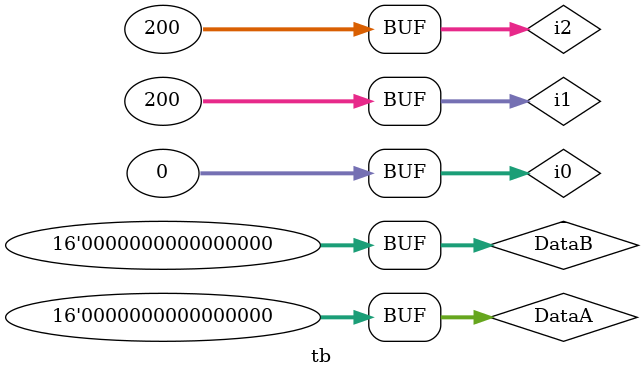
<source format=v>
`timescale 1 ns / 1 ps
module tb;
    reg [15:0] DataA = 16'b0;
    reg [15:0] DataB = 16'b0;
    wire [31:0] Result;

    integer i0 = 0, i1 = 0, i2 = 0;

    GSR GSR_INST (.GSR(1'b1));
    PUR PUR_INST (.PUR(1'b1));

    mult u1 (.DataA(DataA), .DataB(DataB), .Result(Result)
    );

    initial
    begin
       DataA <= 0;
      for (i1 = 0; i1 < 200; i1 = i1 + 1) begin
        #10;
         DataA <= DataA + 1'b1;
      end
    end
    initial
    begin
       DataB <= 0;
      for (i2 = 0; i2 < 200; i2 = i2 + 1) begin
        #10;
         DataB <= DataB + 1'b1;
      end
    end
endmodule
</source>
